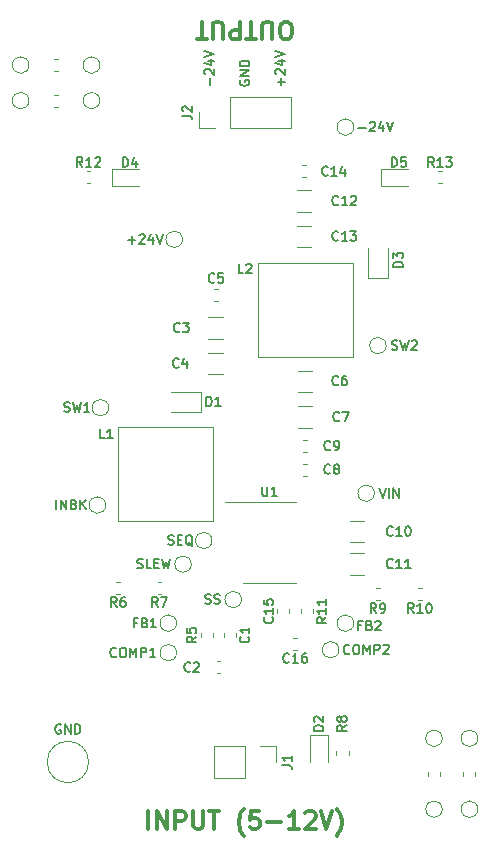
<source format=gbr>
G04 #@! TF.GenerationSoftware,KiCad,Pcbnew,5.1.4*
G04 #@! TF.CreationDate,2019-11-05T22:35:51-05:00*
G04 #@! TF.ProjectId,24_regulator_demo,32345f72-6567-4756-9c61-746f725f6465,rev?*
G04 #@! TF.SameCoordinates,Original*
G04 #@! TF.FileFunction,Legend,Top*
G04 #@! TF.FilePolarity,Positive*
%FSLAX46Y46*%
G04 Gerber Fmt 4.6, Leading zero omitted, Abs format (unit mm)*
G04 Created by KiCad (PCBNEW 5.1.4) date 2019-11-05 22:35:51*
%MOMM*%
%LPD*%
G04 APERTURE LIST*
%ADD10C,0.150000*%
%ADD11C,0.300000*%
%ADD12C,0.120000*%
G04 APERTURE END LIST*
D10*
X224600000Y-107292976D02*
X224561904Y-107369166D01*
X224561904Y-107483452D01*
X224600000Y-107597738D01*
X224676190Y-107673928D01*
X224752380Y-107712023D01*
X224904761Y-107750119D01*
X225019047Y-107750119D01*
X225171428Y-107712023D01*
X225247619Y-107673928D01*
X225323809Y-107597738D01*
X225361904Y-107483452D01*
X225361904Y-107407261D01*
X225323809Y-107292976D01*
X225285714Y-107254880D01*
X225019047Y-107254880D01*
X225019047Y-107407261D01*
X225361904Y-106912023D02*
X224561904Y-106912023D01*
X225361904Y-106454880D01*
X224561904Y-106454880D01*
X225361904Y-106073928D02*
X224561904Y-106073928D01*
X224561904Y-105883452D01*
X224600000Y-105769166D01*
X224676190Y-105692976D01*
X224752380Y-105654880D01*
X224904761Y-105616785D01*
X225019047Y-105616785D01*
X225171428Y-105654880D01*
X225247619Y-105692976D01*
X225323809Y-105769166D01*
X225361904Y-105883452D01*
X225361904Y-106073928D01*
X222057142Y-107712023D02*
X222057142Y-107102500D01*
X221638095Y-106759642D02*
X221600000Y-106721547D01*
X221561904Y-106645357D01*
X221561904Y-106454880D01*
X221600000Y-106378690D01*
X221638095Y-106340595D01*
X221714285Y-106302500D01*
X221790476Y-106302500D01*
X221904761Y-106340595D01*
X222361904Y-106797738D01*
X222361904Y-106302500D01*
X221828571Y-105616785D02*
X222361904Y-105616785D01*
X221523809Y-105807261D02*
X222095238Y-105997738D01*
X222095238Y-105502500D01*
X221561904Y-105312023D02*
X222361904Y-105045357D01*
X221561904Y-104778690D01*
X228057142Y-107712023D02*
X228057142Y-107102500D01*
X228361904Y-107407261D02*
X227752380Y-107407261D01*
X227638095Y-106759642D02*
X227600000Y-106721547D01*
X227561904Y-106645357D01*
X227561904Y-106454880D01*
X227600000Y-106378690D01*
X227638095Y-106340595D01*
X227714285Y-106302500D01*
X227790476Y-106302500D01*
X227904761Y-106340595D01*
X228361904Y-106797738D01*
X228361904Y-106302500D01*
X227828571Y-105616785D02*
X228361904Y-105616785D01*
X227523809Y-105807261D02*
X228095238Y-105997738D01*
X228095238Y-105502500D01*
X227561904Y-105312023D02*
X228361904Y-105045357D01*
X227561904Y-104778690D01*
D11*
X228607142Y-103821428D02*
X228321428Y-103821428D01*
X228178571Y-103750000D01*
X228035714Y-103607142D01*
X227964285Y-103321428D01*
X227964285Y-102821428D01*
X228035714Y-102535714D01*
X228178571Y-102392857D01*
X228321428Y-102321428D01*
X228607142Y-102321428D01*
X228750000Y-102392857D01*
X228892857Y-102535714D01*
X228964285Y-102821428D01*
X228964285Y-103321428D01*
X228892857Y-103607142D01*
X228750000Y-103750000D01*
X228607142Y-103821428D01*
X227321428Y-103821428D02*
X227321428Y-102607142D01*
X227250000Y-102464285D01*
X227178571Y-102392857D01*
X227035714Y-102321428D01*
X226750000Y-102321428D01*
X226607142Y-102392857D01*
X226535714Y-102464285D01*
X226464285Y-102607142D01*
X226464285Y-103821428D01*
X225964285Y-103821428D02*
X225107142Y-103821428D01*
X225535714Y-102321428D02*
X225535714Y-103821428D01*
X224607142Y-102321428D02*
X224607142Y-103821428D01*
X224035714Y-103821428D01*
X223892857Y-103750000D01*
X223821428Y-103678571D01*
X223750000Y-103535714D01*
X223750000Y-103321428D01*
X223821428Y-103178571D01*
X223892857Y-103107142D01*
X224035714Y-103035714D01*
X224607142Y-103035714D01*
X223107142Y-103821428D02*
X223107142Y-102607142D01*
X223035714Y-102464285D01*
X222964285Y-102392857D01*
X222821428Y-102321428D01*
X222535714Y-102321428D01*
X222392857Y-102392857D01*
X222321428Y-102464285D01*
X222250000Y-102607142D01*
X222250000Y-103821428D01*
X221750000Y-103821428D02*
X220892857Y-103821428D01*
X221321428Y-102321428D02*
X221321428Y-103821428D01*
X216821428Y-170678571D02*
X216821428Y-169178571D01*
X217535714Y-170678571D02*
X217535714Y-169178571D01*
X218392857Y-170678571D01*
X218392857Y-169178571D01*
X219107142Y-170678571D02*
X219107142Y-169178571D01*
X219678571Y-169178571D01*
X219821428Y-169250000D01*
X219892857Y-169321428D01*
X219964285Y-169464285D01*
X219964285Y-169678571D01*
X219892857Y-169821428D01*
X219821428Y-169892857D01*
X219678571Y-169964285D01*
X219107142Y-169964285D01*
X220607142Y-169178571D02*
X220607142Y-170392857D01*
X220678571Y-170535714D01*
X220750000Y-170607142D01*
X220892857Y-170678571D01*
X221178571Y-170678571D01*
X221321428Y-170607142D01*
X221392857Y-170535714D01*
X221464285Y-170392857D01*
X221464285Y-169178571D01*
X221964285Y-169178571D02*
X222821428Y-169178571D01*
X222392857Y-170678571D02*
X222392857Y-169178571D01*
X224892857Y-171250000D02*
X224821428Y-171178571D01*
X224678571Y-170964285D01*
X224607142Y-170821428D01*
X224535714Y-170607142D01*
X224464285Y-170250000D01*
X224464285Y-169964285D01*
X224535714Y-169607142D01*
X224607142Y-169392857D01*
X224678571Y-169250000D01*
X224821428Y-169035714D01*
X224892857Y-168964285D01*
X226178571Y-169178571D02*
X225464285Y-169178571D01*
X225392857Y-169892857D01*
X225464285Y-169821428D01*
X225607142Y-169750000D01*
X225964285Y-169750000D01*
X226107142Y-169821428D01*
X226178571Y-169892857D01*
X226250000Y-170035714D01*
X226250000Y-170392857D01*
X226178571Y-170535714D01*
X226107142Y-170607142D01*
X225964285Y-170678571D01*
X225607142Y-170678571D01*
X225464285Y-170607142D01*
X225392857Y-170535714D01*
X226892857Y-170107142D02*
X228035714Y-170107142D01*
X229535714Y-170678571D02*
X228678571Y-170678571D01*
X229107142Y-170678571D02*
X229107142Y-169178571D01*
X228964285Y-169392857D01*
X228821428Y-169535714D01*
X228678571Y-169607142D01*
X230107142Y-169321428D02*
X230178571Y-169250000D01*
X230321428Y-169178571D01*
X230678571Y-169178571D01*
X230821428Y-169250000D01*
X230892857Y-169321428D01*
X230964285Y-169464285D01*
X230964285Y-169607142D01*
X230892857Y-169821428D01*
X230035714Y-170678571D01*
X230964285Y-170678571D01*
X231392857Y-169178571D02*
X231892857Y-170678571D01*
X232392857Y-169178571D01*
X232750000Y-171250000D02*
X232821428Y-171178571D01*
X232964285Y-170964285D01*
X233035714Y-170821428D01*
X233107142Y-170607142D01*
X233178571Y-170250000D01*
X233178571Y-169964285D01*
X233107142Y-169607142D01*
X233035714Y-169392857D01*
X232964285Y-169250000D01*
X232821428Y-169035714D01*
X232750000Y-168964285D01*
D10*
X209390476Y-161850000D02*
X209314285Y-161811904D01*
X209200000Y-161811904D01*
X209085714Y-161850000D01*
X209009523Y-161926190D01*
X208971428Y-162002380D01*
X208933333Y-162154761D01*
X208933333Y-162269047D01*
X208971428Y-162421428D01*
X209009523Y-162497619D01*
X209085714Y-162573809D01*
X209200000Y-162611904D01*
X209276190Y-162611904D01*
X209390476Y-162573809D01*
X209428571Y-162535714D01*
X209428571Y-162269047D01*
X209276190Y-162269047D01*
X209771428Y-162611904D02*
X209771428Y-161811904D01*
X210228571Y-162611904D01*
X210228571Y-161811904D01*
X210609523Y-162611904D02*
X210609523Y-161811904D01*
X210800000Y-161811904D01*
X210914285Y-161850000D01*
X210990476Y-161926190D01*
X211028571Y-162002380D01*
X211066666Y-162154761D01*
X211066666Y-162269047D01*
X211028571Y-162421428D01*
X210990476Y-162497619D01*
X210914285Y-162573809D01*
X210800000Y-162611904D01*
X210609523Y-162611904D01*
D12*
X224260000Y-154087221D02*
X224260000Y-154412779D01*
X223240000Y-154087221D02*
X223240000Y-154412779D01*
X222912779Y-156490000D02*
X222587221Y-156490000D01*
X222912779Y-157510000D02*
X222587221Y-157510000D01*
X222374721Y-126010000D02*
X222700279Y-126010000D01*
X222374721Y-124990000D02*
X222700279Y-124990000D01*
X230262779Y-139740000D02*
X229937221Y-139740000D01*
X230262779Y-140760000D02*
X229937221Y-140760000D01*
X230262779Y-137740000D02*
X229937221Y-137740000D01*
X230262779Y-138760000D02*
X229937221Y-138760000D01*
X229837221Y-114490000D02*
X230162779Y-114490000D01*
X229837221Y-115510000D02*
X230162779Y-115510000D01*
X228760000Y-152087221D02*
X228760000Y-152412779D01*
X227740000Y-152087221D02*
X227740000Y-152412779D01*
X229087221Y-154490000D02*
X229412779Y-154490000D01*
X229087221Y-155510000D02*
X229412779Y-155510000D01*
X221300000Y-135350000D02*
X218750000Y-135350000D01*
X221300000Y-133650000D02*
X218750000Y-133650000D01*
X221300000Y-135350000D02*
X221300000Y-133650000D01*
X231985000Y-165012500D02*
X231985000Y-162727500D01*
X231985000Y-162727500D02*
X230515000Y-162727500D01*
X230515000Y-162727500D02*
X230515000Y-165012500D01*
X235400000Y-124000000D02*
X237100000Y-124000000D01*
X237100000Y-124000000D02*
X237100000Y-121450000D01*
X235400000Y-124000000D02*
X235400000Y-121450000D01*
X213765000Y-116235000D02*
X216050000Y-116235000D01*
X213765000Y-114765000D02*
X213765000Y-116235000D01*
X216050000Y-114765000D02*
X213765000Y-114765000D01*
X238800000Y-114765000D02*
X236515000Y-114765000D01*
X236515000Y-114765000D02*
X236515000Y-116235000D01*
X236515000Y-116235000D02*
X238800000Y-116235000D01*
X222380000Y-163670000D02*
X222380000Y-166330000D01*
X224980000Y-163670000D02*
X222380000Y-163670000D01*
X224980000Y-166330000D02*
X222380000Y-166330000D01*
X224980000Y-163670000D02*
X224980000Y-166330000D01*
X226250000Y-163670000D02*
X227580000Y-163670000D01*
X227580000Y-163670000D02*
X227580000Y-165000000D01*
X228870000Y-111330000D02*
X228870000Y-108670000D01*
X223730000Y-111330000D02*
X228870000Y-111330000D01*
X223730000Y-108670000D02*
X228870000Y-108670000D01*
X223730000Y-111330000D02*
X223730000Y-108670000D01*
X222460000Y-111330000D02*
X221130000Y-111330000D01*
X221130000Y-111330000D02*
X221130000Y-110000000D01*
X214250000Y-144625000D02*
X222250000Y-144625000D01*
X222250000Y-144625000D02*
X222250000Y-136625000D01*
X214250000Y-136625000D02*
X222250000Y-136625000D01*
X214250000Y-144625000D02*
X214250000Y-136625000D01*
X234125000Y-130750000D02*
X226125000Y-130750000D01*
X226125000Y-130750000D02*
X226125000Y-122750000D01*
X234125000Y-122750000D02*
X226125000Y-122750000D01*
X234125000Y-130750000D02*
X234125000Y-122750000D01*
X221240000Y-154412779D02*
X221240000Y-154087221D01*
X222260000Y-154412779D02*
X222260000Y-154087221D01*
X214087221Y-150760000D02*
X214412779Y-150760000D01*
X214087221Y-149740000D02*
X214412779Y-149740000D01*
X217587221Y-149740000D02*
X217912779Y-149740000D01*
X217587221Y-150760000D02*
X217912779Y-150760000D01*
X232740000Y-164049721D02*
X232740000Y-164375279D01*
X233760000Y-164049721D02*
X233760000Y-164375279D01*
X236087221Y-151260000D02*
X236412779Y-151260000D01*
X236087221Y-150240000D02*
X236412779Y-150240000D01*
X239624721Y-150240000D02*
X239950279Y-150240000D01*
X239624721Y-151260000D02*
X239950279Y-151260000D01*
X229740000Y-152412779D02*
X229740000Y-152087221D01*
X230760000Y-152412779D02*
X230760000Y-152087221D01*
X211912779Y-114990000D02*
X211587221Y-114990000D01*
X211912779Y-116010000D02*
X211587221Y-116010000D01*
X241662779Y-114990000D02*
X241337221Y-114990000D01*
X241662779Y-116010000D02*
X241337221Y-116010000D01*
X211750000Y-165000000D02*
G75*
G03X211750000Y-165000000I-1750000J0D01*
G01*
X224825000Y-149875000D02*
X229275000Y-149875000D01*
X223300000Y-142975000D02*
X229275000Y-142975000D01*
X221897936Y-129160000D02*
X223102064Y-129160000D01*
X221897936Y-127340000D02*
X223102064Y-127340000D01*
X221897936Y-130340000D02*
X223102064Y-130340000D01*
X221897936Y-132160000D02*
X223102064Y-132160000D01*
X230702064Y-133710000D02*
X229497936Y-133710000D01*
X230702064Y-131890000D02*
X229497936Y-131890000D01*
X230702064Y-134890000D02*
X229497936Y-134890000D01*
X230702064Y-136710000D02*
X229497936Y-136710000D01*
X233897936Y-144590000D02*
X235102064Y-144590000D01*
X233897936Y-146410000D02*
X235102064Y-146410000D01*
X229397936Y-118410000D02*
X230602064Y-118410000D01*
X229397936Y-116590000D02*
X230602064Y-116590000D01*
X229397936Y-119590000D02*
X230602064Y-119590000D01*
X229397936Y-121410000D02*
X230602064Y-121410000D01*
X241700000Y-163000000D02*
G75*
G03X241700000Y-163000000I-700000J0D01*
G01*
X244700000Y-163000000D02*
G75*
G03X244700000Y-163000000I-700000J0D01*
G01*
X206700000Y-106000000D02*
G75*
G03X206700000Y-106000000I-700000J0D01*
G01*
X206700000Y-109000000D02*
G75*
G03X206700000Y-109000000I-700000J0D01*
G01*
X241700000Y-169000000D02*
G75*
G03X241700000Y-169000000I-700000J0D01*
G01*
X244700000Y-169000000D02*
G75*
G03X244700000Y-169000000I-700000J0D01*
G01*
X212700000Y-106000000D02*
G75*
G03X212700000Y-106000000I-700000J0D01*
G01*
X212700000Y-109000000D02*
G75*
G03X212700000Y-109000000I-700000J0D01*
G01*
X219200000Y-155750000D02*
G75*
G03X219200000Y-155750000I-700000J0D01*
G01*
X213450000Y-135000000D02*
G75*
G03X213450000Y-135000000I-700000J0D01*
G01*
X219700000Y-120750000D02*
G75*
G03X219700000Y-120750000I-700000J0D01*
G01*
X213200000Y-143250000D02*
G75*
G03X213200000Y-143250000I-700000J0D01*
G01*
X219200000Y-153250000D02*
G75*
G03X219200000Y-153250000I-700000J0D01*
G01*
X235950000Y-142250000D02*
G75*
G03X235950000Y-142250000I-700000J0D01*
G01*
X224700000Y-151250000D02*
G75*
G03X224700000Y-151250000I-700000J0D01*
G01*
X220450000Y-148250000D02*
G75*
G03X220450000Y-148250000I-700000J0D01*
G01*
X222200000Y-146250000D02*
G75*
G03X222200000Y-146250000I-700000J0D01*
G01*
X234200000Y-153250000D02*
G75*
G03X234200000Y-153250000I-700000J0D01*
G01*
X232950000Y-155500000D02*
G75*
G03X232950000Y-155500000I-700000J0D01*
G01*
X236950000Y-129750000D02*
G75*
G03X236950000Y-129750000I-700000J0D01*
G01*
X234200000Y-111250000D02*
G75*
G03X234200000Y-111250000I-700000J0D01*
G01*
X233897936Y-147340000D02*
X235102064Y-147340000D01*
X233897936Y-149160000D02*
X235102064Y-149160000D01*
X240490000Y-165828733D02*
X240490000Y-166171267D01*
X241510000Y-165828733D02*
X241510000Y-166171267D01*
X244510000Y-165828733D02*
X244510000Y-166171267D01*
X243490000Y-165828733D02*
X243490000Y-166171267D01*
X208828733Y-106510000D02*
X209171267Y-106510000D01*
X208828733Y-105490000D02*
X209171267Y-105490000D01*
X208828733Y-108490000D02*
X209171267Y-108490000D01*
X208828733Y-109510000D02*
X209171267Y-109510000D01*
D10*
X225285714Y-154383333D02*
X225323809Y-154421428D01*
X225361904Y-154535714D01*
X225361904Y-154611904D01*
X225323809Y-154726190D01*
X225247619Y-154802380D01*
X225171428Y-154840476D01*
X225019047Y-154878571D01*
X224904761Y-154878571D01*
X224752380Y-154840476D01*
X224676190Y-154802380D01*
X224600000Y-154726190D01*
X224561904Y-154611904D01*
X224561904Y-154535714D01*
X224600000Y-154421428D01*
X224638095Y-154383333D01*
X225361904Y-153621428D02*
X225361904Y-154078571D01*
X225361904Y-153850000D02*
X224561904Y-153850000D01*
X224676190Y-153926190D01*
X224752380Y-154002380D01*
X224790476Y-154078571D01*
X220366666Y-157285714D02*
X220328571Y-157323809D01*
X220214285Y-157361904D01*
X220138095Y-157361904D01*
X220023809Y-157323809D01*
X219947619Y-157247619D01*
X219909523Y-157171428D01*
X219871428Y-157019047D01*
X219871428Y-156904761D01*
X219909523Y-156752380D01*
X219947619Y-156676190D01*
X220023809Y-156600000D01*
X220138095Y-156561904D01*
X220214285Y-156561904D01*
X220328571Y-156600000D01*
X220366666Y-156638095D01*
X220671428Y-156638095D02*
X220709523Y-156600000D01*
X220785714Y-156561904D01*
X220976190Y-156561904D01*
X221052380Y-156600000D01*
X221090476Y-156638095D01*
X221128571Y-156714285D01*
X221128571Y-156790476D01*
X221090476Y-156904761D01*
X220633333Y-157361904D01*
X221128571Y-157361904D01*
X222404166Y-124355714D02*
X222366071Y-124393809D01*
X222251785Y-124431904D01*
X222175595Y-124431904D01*
X222061309Y-124393809D01*
X221985119Y-124317619D01*
X221947023Y-124241428D01*
X221908928Y-124089047D01*
X221908928Y-123974761D01*
X221947023Y-123822380D01*
X221985119Y-123746190D01*
X222061309Y-123670000D01*
X222175595Y-123631904D01*
X222251785Y-123631904D01*
X222366071Y-123670000D01*
X222404166Y-123708095D01*
X223127976Y-123631904D02*
X222747023Y-123631904D01*
X222708928Y-124012857D01*
X222747023Y-123974761D01*
X222823214Y-123936666D01*
X223013690Y-123936666D01*
X223089880Y-123974761D01*
X223127976Y-124012857D01*
X223166071Y-124089047D01*
X223166071Y-124279523D01*
X223127976Y-124355714D01*
X223089880Y-124393809D01*
X223013690Y-124431904D01*
X222823214Y-124431904D01*
X222747023Y-124393809D01*
X222708928Y-124355714D01*
X232216666Y-140535714D02*
X232178571Y-140573809D01*
X232064285Y-140611904D01*
X231988095Y-140611904D01*
X231873809Y-140573809D01*
X231797619Y-140497619D01*
X231759523Y-140421428D01*
X231721428Y-140269047D01*
X231721428Y-140154761D01*
X231759523Y-140002380D01*
X231797619Y-139926190D01*
X231873809Y-139850000D01*
X231988095Y-139811904D01*
X232064285Y-139811904D01*
X232178571Y-139850000D01*
X232216666Y-139888095D01*
X232673809Y-140154761D02*
X232597619Y-140116666D01*
X232559523Y-140078571D01*
X232521428Y-140002380D01*
X232521428Y-139964285D01*
X232559523Y-139888095D01*
X232597619Y-139850000D01*
X232673809Y-139811904D01*
X232826190Y-139811904D01*
X232902380Y-139850000D01*
X232940476Y-139888095D01*
X232978571Y-139964285D01*
X232978571Y-140002380D01*
X232940476Y-140078571D01*
X232902380Y-140116666D01*
X232826190Y-140154761D01*
X232673809Y-140154761D01*
X232597619Y-140192857D01*
X232559523Y-140230952D01*
X232521428Y-140307142D01*
X232521428Y-140459523D01*
X232559523Y-140535714D01*
X232597619Y-140573809D01*
X232673809Y-140611904D01*
X232826190Y-140611904D01*
X232902380Y-140573809D01*
X232940476Y-140535714D01*
X232978571Y-140459523D01*
X232978571Y-140307142D01*
X232940476Y-140230952D01*
X232902380Y-140192857D01*
X232826190Y-140154761D01*
X232216666Y-138535714D02*
X232178571Y-138573809D01*
X232064285Y-138611904D01*
X231988095Y-138611904D01*
X231873809Y-138573809D01*
X231797619Y-138497619D01*
X231759523Y-138421428D01*
X231721428Y-138269047D01*
X231721428Y-138154761D01*
X231759523Y-138002380D01*
X231797619Y-137926190D01*
X231873809Y-137850000D01*
X231988095Y-137811904D01*
X232064285Y-137811904D01*
X232178571Y-137850000D01*
X232216666Y-137888095D01*
X232597619Y-138611904D02*
X232750000Y-138611904D01*
X232826190Y-138573809D01*
X232864285Y-138535714D01*
X232940476Y-138421428D01*
X232978571Y-138269047D01*
X232978571Y-137964285D01*
X232940476Y-137888095D01*
X232902380Y-137850000D01*
X232826190Y-137811904D01*
X232673809Y-137811904D01*
X232597619Y-137850000D01*
X232559523Y-137888095D01*
X232521428Y-137964285D01*
X232521428Y-138154761D01*
X232559523Y-138230952D01*
X232597619Y-138269047D01*
X232673809Y-138307142D01*
X232826190Y-138307142D01*
X232902380Y-138269047D01*
X232940476Y-138230952D01*
X232978571Y-138154761D01*
X231985714Y-115285714D02*
X231947619Y-115323809D01*
X231833333Y-115361904D01*
X231757142Y-115361904D01*
X231642857Y-115323809D01*
X231566666Y-115247619D01*
X231528571Y-115171428D01*
X231490476Y-115019047D01*
X231490476Y-114904761D01*
X231528571Y-114752380D01*
X231566666Y-114676190D01*
X231642857Y-114600000D01*
X231757142Y-114561904D01*
X231833333Y-114561904D01*
X231947619Y-114600000D01*
X231985714Y-114638095D01*
X232747619Y-115361904D02*
X232290476Y-115361904D01*
X232519047Y-115361904D02*
X232519047Y-114561904D01*
X232442857Y-114676190D01*
X232366666Y-114752380D01*
X232290476Y-114790476D01*
X233433333Y-114828571D02*
X233433333Y-115361904D01*
X233242857Y-114523809D02*
X233052380Y-115095238D01*
X233547619Y-115095238D01*
X227285714Y-152764285D02*
X227323809Y-152802380D01*
X227361904Y-152916666D01*
X227361904Y-152992857D01*
X227323809Y-153107142D01*
X227247619Y-153183333D01*
X227171428Y-153221428D01*
X227019047Y-153259523D01*
X226904761Y-153259523D01*
X226752380Y-153221428D01*
X226676190Y-153183333D01*
X226600000Y-153107142D01*
X226561904Y-152992857D01*
X226561904Y-152916666D01*
X226600000Y-152802380D01*
X226638095Y-152764285D01*
X227361904Y-152002380D02*
X227361904Y-152459523D01*
X227361904Y-152230952D02*
X226561904Y-152230952D01*
X226676190Y-152307142D01*
X226752380Y-152383333D01*
X226790476Y-152459523D01*
X226561904Y-151278571D02*
X226561904Y-151659523D01*
X226942857Y-151697619D01*
X226904761Y-151659523D01*
X226866666Y-151583333D01*
X226866666Y-151392857D01*
X226904761Y-151316666D01*
X226942857Y-151278571D01*
X227019047Y-151240476D01*
X227209523Y-151240476D01*
X227285714Y-151278571D01*
X227323809Y-151316666D01*
X227361904Y-151392857D01*
X227361904Y-151583333D01*
X227323809Y-151659523D01*
X227285714Y-151697619D01*
X228735714Y-156535714D02*
X228697619Y-156573809D01*
X228583333Y-156611904D01*
X228507142Y-156611904D01*
X228392857Y-156573809D01*
X228316666Y-156497619D01*
X228278571Y-156421428D01*
X228240476Y-156269047D01*
X228240476Y-156154761D01*
X228278571Y-156002380D01*
X228316666Y-155926190D01*
X228392857Y-155850000D01*
X228507142Y-155811904D01*
X228583333Y-155811904D01*
X228697619Y-155850000D01*
X228735714Y-155888095D01*
X229497619Y-156611904D02*
X229040476Y-156611904D01*
X229269047Y-156611904D02*
X229269047Y-155811904D01*
X229192857Y-155926190D01*
X229116666Y-156002380D01*
X229040476Y-156040476D01*
X230183333Y-155811904D02*
X230030952Y-155811904D01*
X229954761Y-155850000D01*
X229916666Y-155888095D01*
X229840476Y-156002380D01*
X229802380Y-156154761D01*
X229802380Y-156459523D01*
X229840476Y-156535714D01*
X229878571Y-156573809D01*
X229954761Y-156611904D01*
X230107142Y-156611904D01*
X230183333Y-156573809D01*
X230221428Y-156535714D01*
X230259523Y-156459523D01*
X230259523Y-156269047D01*
X230221428Y-156192857D01*
X230183333Y-156154761D01*
X230107142Y-156116666D01*
X229954761Y-156116666D01*
X229878571Y-156154761D01*
X229840476Y-156192857D01*
X229802380Y-156269047D01*
X221709523Y-134861904D02*
X221709523Y-134061904D01*
X221900000Y-134061904D01*
X222014285Y-134100000D01*
X222090476Y-134176190D01*
X222128571Y-134252380D01*
X222166666Y-134404761D01*
X222166666Y-134519047D01*
X222128571Y-134671428D01*
X222090476Y-134747619D01*
X222014285Y-134823809D01*
X221900000Y-134861904D01*
X221709523Y-134861904D01*
X222928571Y-134861904D02*
X222471428Y-134861904D01*
X222700000Y-134861904D02*
X222700000Y-134061904D01*
X222623809Y-134176190D01*
X222547619Y-134252380D01*
X222471428Y-134290476D01*
X231611904Y-162340476D02*
X230811904Y-162340476D01*
X230811904Y-162150000D01*
X230850000Y-162035714D01*
X230926190Y-161959523D01*
X231002380Y-161921428D01*
X231154761Y-161883333D01*
X231269047Y-161883333D01*
X231421428Y-161921428D01*
X231497619Y-161959523D01*
X231573809Y-162035714D01*
X231611904Y-162150000D01*
X231611904Y-162340476D01*
X230888095Y-161578571D02*
X230850000Y-161540476D01*
X230811904Y-161464285D01*
X230811904Y-161273809D01*
X230850000Y-161197619D01*
X230888095Y-161159523D01*
X230964285Y-161121428D01*
X231040476Y-161121428D01*
X231154761Y-161159523D01*
X231611904Y-161616666D01*
X231611904Y-161121428D01*
X238361904Y-123090476D02*
X237561904Y-123090476D01*
X237561904Y-122900000D01*
X237600000Y-122785714D01*
X237676190Y-122709523D01*
X237752380Y-122671428D01*
X237904761Y-122633333D01*
X238019047Y-122633333D01*
X238171428Y-122671428D01*
X238247619Y-122709523D01*
X238323809Y-122785714D01*
X238361904Y-122900000D01*
X238361904Y-123090476D01*
X237561904Y-122366666D02*
X237561904Y-121871428D01*
X237866666Y-122138095D01*
X237866666Y-122023809D01*
X237904761Y-121947619D01*
X237942857Y-121909523D01*
X238019047Y-121871428D01*
X238209523Y-121871428D01*
X238285714Y-121909523D01*
X238323809Y-121947619D01*
X238361904Y-122023809D01*
X238361904Y-122252380D01*
X238323809Y-122328571D01*
X238285714Y-122366666D01*
X214659523Y-114611904D02*
X214659523Y-113811904D01*
X214850000Y-113811904D01*
X214964285Y-113850000D01*
X215040476Y-113926190D01*
X215078571Y-114002380D01*
X215116666Y-114154761D01*
X215116666Y-114269047D01*
X215078571Y-114421428D01*
X215040476Y-114497619D01*
X214964285Y-114573809D01*
X214850000Y-114611904D01*
X214659523Y-114611904D01*
X215802380Y-114078571D02*
X215802380Y-114611904D01*
X215611904Y-113773809D02*
X215421428Y-114345238D01*
X215916666Y-114345238D01*
X237409523Y-114611904D02*
X237409523Y-113811904D01*
X237600000Y-113811904D01*
X237714285Y-113850000D01*
X237790476Y-113926190D01*
X237828571Y-114002380D01*
X237866666Y-114154761D01*
X237866666Y-114269047D01*
X237828571Y-114421428D01*
X237790476Y-114497619D01*
X237714285Y-114573809D01*
X237600000Y-114611904D01*
X237409523Y-114611904D01*
X238590476Y-113811904D02*
X238209523Y-113811904D01*
X238171428Y-114192857D01*
X238209523Y-114154761D01*
X238285714Y-114116666D01*
X238476190Y-114116666D01*
X238552380Y-114154761D01*
X238590476Y-114192857D01*
X238628571Y-114269047D01*
X238628571Y-114459523D01*
X238590476Y-114535714D01*
X238552380Y-114573809D01*
X238476190Y-114611904D01*
X238285714Y-114611904D01*
X238209523Y-114573809D01*
X238171428Y-114535714D01*
X228141904Y-165266666D02*
X228713333Y-165266666D01*
X228827619Y-165304761D01*
X228903809Y-165380952D01*
X228941904Y-165495238D01*
X228941904Y-165571428D01*
X228941904Y-164466666D02*
X228941904Y-164923809D01*
X228941904Y-164695238D02*
X228141904Y-164695238D01*
X228256190Y-164771428D01*
X228332380Y-164847619D01*
X228370476Y-164923809D01*
X219691904Y-110266666D02*
X220263333Y-110266666D01*
X220377619Y-110304761D01*
X220453809Y-110380952D01*
X220491904Y-110495238D01*
X220491904Y-110571428D01*
X219768095Y-109923809D02*
X219730000Y-109885714D01*
X219691904Y-109809523D01*
X219691904Y-109619047D01*
X219730000Y-109542857D01*
X219768095Y-109504761D01*
X219844285Y-109466666D01*
X219920476Y-109466666D01*
X220034761Y-109504761D01*
X220491904Y-109961904D01*
X220491904Y-109466666D01*
X213116666Y-137611904D02*
X212735714Y-137611904D01*
X212735714Y-136811904D01*
X213802380Y-137611904D02*
X213345238Y-137611904D01*
X213573809Y-137611904D02*
X213573809Y-136811904D01*
X213497619Y-136926190D01*
X213421428Y-137002380D01*
X213345238Y-137040476D01*
X224866666Y-123611904D02*
X224485714Y-123611904D01*
X224485714Y-122811904D01*
X225095238Y-122888095D02*
X225133333Y-122850000D01*
X225209523Y-122811904D01*
X225400000Y-122811904D01*
X225476190Y-122850000D01*
X225514285Y-122888095D01*
X225552380Y-122964285D01*
X225552380Y-123040476D01*
X225514285Y-123154761D01*
X225057142Y-123611904D01*
X225552380Y-123611904D01*
X220861904Y-154383333D02*
X220480952Y-154650000D01*
X220861904Y-154840476D02*
X220061904Y-154840476D01*
X220061904Y-154535714D01*
X220100000Y-154459523D01*
X220138095Y-154421428D01*
X220214285Y-154383333D01*
X220328571Y-154383333D01*
X220404761Y-154421428D01*
X220442857Y-154459523D01*
X220480952Y-154535714D01*
X220480952Y-154840476D01*
X220061904Y-153659523D02*
X220061904Y-154040476D01*
X220442857Y-154078571D01*
X220404761Y-154040476D01*
X220366666Y-153964285D01*
X220366666Y-153773809D01*
X220404761Y-153697619D01*
X220442857Y-153659523D01*
X220519047Y-153621428D01*
X220709523Y-153621428D01*
X220785714Y-153659523D01*
X220823809Y-153697619D01*
X220861904Y-153773809D01*
X220861904Y-153964285D01*
X220823809Y-154040476D01*
X220785714Y-154078571D01*
X214116666Y-151861904D02*
X213850000Y-151480952D01*
X213659523Y-151861904D02*
X213659523Y-151061904D01*
X213964285Y-151061904D01*
X214040476Y-151100000D01*
X214078571Y-151138095D01*
X214116666Y-151214285D01*
X214116666Y-151328571D01*
X214078571Y-151404761D01*
X214040476Y-151442857D01*
X213964285Y-151480952D01*
X213659523Y-151480952D01*
X214802380Y-151061904D02*
X214650000Y-151061904D01*
X214573809Y-151100000D01*
X214535714Y-151138095D01*
X214459523Y-151252380D01*
X214421428Y-151404761D01*
X214421428Y-151709523D01*
X214459523Y-151785714D01*
X214497619Y-151823809D01*
X214573809Y-151861904D01*
X214726190Y-151861904D01*
X214802380Y-151823809D01*
X214840476Y-151785714D01*
X214878571Y-151709523D01*
X214878571Y-151519047D01*
X214840476Y-151442857D01*
X214802380Y-151404761D01*
X214726190Y-151366666D01*
X214573809Y-151366666D01*
X214497619Y-151404761D01*
X214459523Y-151442857D01*
X214421428Y-151519047D01*
X217616666Y-151861904D02*
X217350000Y-151480952D01*
X217159523Y-151861904D02*
X217159523Y-151061904D01*
X217464285Y-151061904D01*
X217540476Y-151100000D01*
X217578571Y-151138095D01*
X217616666Y-151214285D01*
X217616666Y-151328571D01*
X217578571Y-151404761D01*
X217540476Y-151442857D01*
X217464285Y-151480952D01*
X217159523Y-151480952D01*
X217883333Y-151061904D02*
X218416666Y-151061904D01*
X218073809Y-151861904D01*
X233611904Y-161883333D02*
X233230952Y-162150000D01*
X233611904Y-162340476D02*
X232811904Y-162340476D01*
X232811904Y-162035714D01*
X232850000Y-161959523D01*
X232888095Y-161921428D01*
X232964285Y-161883333D01*
X233078571Y-161883333D01*
X233154761Y-161921428D01*
X233192857Y-161959523D01*
X233230952Y-162035714D01*
X233230952Y-162340476D01*
X233154761Y-161426190D02*
X233116666Y-161502380D01*
X233078571Y-161540476D01*
X233002380Y-161578571D01*
X232964285Y-161578571D01*
X232888095Y-161540476D01*
X232850000Y-161502380D01*
X232811904Y-161426190D01*
X232811904Y-161273809D01*
X232850000Y-161197619D01*
X232888095Y-161159523D01*
X232964285Y-161121428D01*
X233002380Y-161121428D01*
X233078571Y-161159523D01*
X233116666Y-161197619D01*
X233154761Y-161273809D01*
X233154761Y-161426190D01*
X233192857Y-161502380D01*
X233230952Y-161540476D01*
X233307142Y-161578571D01*
X233459523Y-161578571D01*
X233535714Y-161540476D01*
X233573809Y-161502380D01*
X233611904Y-161426190D01*
X233611904Y-161273809D01*
X233573809Y-161197619D01*
X233535714Y-161159523D01*
X233459523Y-161121428D01*
X233307142Y-161121428D01*
X233230952Y-161159523D01*
X233192857Y-161197619D01*
X233154761Y-161273809D01*
X236116666Y-152361904D02*
X235850000Y-151980952D01*
X235659523Y-152361904D02*
X235659523Y-151561904D01*
X235964285Y-151561904D01*
X236040476Y-151600000D01*
X236078571Y-151638095D01*
X236116666Y-151714285D01*
X236116666Y-151828571D01*
X236078571Y-151904761D01*
X236040476Y-151942857D01*
X235964285Y-151980952D01*
X235659523Y-151980952D01*
X236497619Y-152361904D02*
X236650000Y-152361904D01*
X236726190Y-152323809D01*
X236764285Y-152285714D01*
X236840476Y-152171428D01*
X236878571Y-152019047D01*
X236878571Y-151714285D01*
X236840476Y-151638095D01*
X236802380Y-151600000D01*
X236726190Y-151561904D01*
X236573809Y-151561904D01*
X236497619Y-151600000D01*
X236459523Y-151638095D01*
X236421428Y-151714285D01*
X236421428Y-151904761D01*
X236459523Y-151980952D01*
X236497619Y-152019047D01*
X236573809Y-152057142D01*
X236726190Y-152057142D01*
X236802380Y-152019047D01*
X236840476Y-151980952D01*
X236878571Y-151904761D01*
X239273214Y-152361904D02*
X239006547Y-151980952D01*
X238816071Y-152361904D02*
X238816071Y-151561904D01*
X239120833Y-151561904D01*
X239197023Y-151600000D01*
X239235119Y-151638095D01*
X239273214Y-151714285D01*
X239273214Y-151828571D01*
X239235119Y-151904761D01*
X239197023Y-151942857D01*
X239120833Y-151980952D01*
X238816071Y-151980952D01*
X240035119Y-152361904D02*
X239577976Y-152361904D01*
X239806547Y-152361904D02*
X239806547Y-151561904D01*
X239730357Y-151676190D01*
X239654166Y-151752380D01*
X239577976Y-151790476D01*
X240530357Y-151561904D02*
X240606547Y-151561904D01*
X240682738Y-151600000D01*
X240720833Y-151638095D01*
X240758928Y-151714285D01*
X240797023Y-151866666D01*
X240797023Y-152057142D01*
X240758928Y-152209523D01*
X240720833Y-152285714D01*
X240682738Y-152323809D01*
X240606547Y-152361904D01*
X240530357Y-152361904D01*
X240454166Y-152323809D01*
X240416071Y-152285714D01*
X240377976Y-152209523D01*
X240339880Y-152057142D01*
X240339880Y-151866666D01*
X240377976Y-151714285D01*
X240416071Y-151638095D01*
X240454166Y-151600000D01*
X240530357Y-151561904D01*
X231861904Y-152764285D02*
X231480952Y-153030952D01*
X231861904Y-153221428D02*
X231061904Y-153221428D01*
X231061904Y-152916666D01*
X231100000Y-152840476D01*
X231138095Y-152802380D01*
X231214285Y-152764285D01*
X231328571Y-152764285D01*
X231404761Y-152802380D01*
X231442857Y-152840476D01*
X231480952Y-152916666D01*
X231480952Y-153221428D01*
X231861904Y-152002380D02*
X231861904Y-152459523D01*
X231861904Y-152230952D02*
X231061904Y-152230952D01*
X231176190Y-152307142D01*
X231252380Y-152383333D01*
X231290476Y-152459523D01*
X231861904Y-151240476D02*
X231861904Y-151697619D01*
X231861904Y-151469047D02*
X231061904Y-151469047D01*
X231176190Y-151545238D01*
X231252380Y-151621428D01*
X231290476Y-151697619D01*
X211235714Y-114611904D02*
X210969047Y-114230952D01*
X210778571Y-114611904D02*
X210778571Y-113811904D01*
X211083333Y-113811904D01*
X211159523Y-113850000D01*
X211197619Y-113888095D01*
X211235714Y-113964285D01*
X211235714Y-114078571D01*
X211197619Y-114154761D01*
X211159523Y-114192857D01*
X211083333Y-114230952D01*
X210778571Y-114230952D01*
X211997619Y-114611904D02*
X211540476Y-114611904D01*
X211769047Y-114611904D02*
X211769047Y-113811904D01*
X211692857Y-113926190D01*
X211616666Y-114002380D01*
X211540476Y-114040476D01*
X212302380Y-113888095D02*
X212340476Y-113850000D01*
X212416666Y-113811904D01*
X212607142Y-113811904D01*
X212683333Y-113850000D01*
X212721428Y-113888095D01*
X212759523Y-113964285D01*
X212759523Y-114040476D01*
X212721428Y-114154761D01*
X212264285Y-114611904D01*
X212759523Y-114611904D01*
X240985714Y-114611904D02*
X240719047Y-114230952D01*
X240528571Y-114611904D02*
X240528571Y-113811904D01*
X240833333Y-113811904D01*
X240909523Y-113850000D01*
X240947619Y-113888095D01*
X240985714Y-113964285D01*
X240985714Y-114078571D01*
X240947619Y-114154761D01*
X240909523Y-114192857D01*
X240833333Y-114230952D01*
X240528571Y-114230952D01*
X241747619Y-114611904D02*
X241290476Y-114611904D01*
X241519047Y-114611904D02*
X241519047Y-113811904D01*
X241442857Y-113926190D01*
X241366666Y-114002380D01*
X241290476Y-114040476D01*
X242014285Y-113811904D02*
X242509523Y-113811904D01*
X242242857Y-114116666D01*
X242357142Y-114116666D01*
X242433333Y-114154761D01*
X242471428Y-114192857D01*
X242509523Y-114269047D01*
X242509523Y-114459523D01*
X242471428Y-114535714D01*
X242433333Y-114573809D01*
X242357142Y-114611904D01*
X242128571Y-114611904D01*
X242052380Y-114573809D01*
X242014285Y-114535714D01*
X226440476Y-141686904D02*
X226440476Y-142334523D01*
X226478571Y-142410714D01*
X226516666Y-142448809D01*
X226592857Y-142486904D01*
X226745238Y-142486904D01*
X226821428Y-142448809D01*
X226859523Y-142410714D01*
X226897619Y-142334523D01*
X226897619Y-141686904D01*
X227697619Y-142486904D02*
X227240476Y-142486904D01*
X227469047Y-142486904D02*
X227469047Y-141686904D01*
X227392857Y-141801190D01*
X227316666Y-141877380D01*
X227240476Y-141915476D01*
X219466666Y-128535714D02*
X219428571Y-128573809D01*
X219314285Y-128611904D01*
X219238095Y-128611904D01*
X219123809Y-128573809D01*
X219047619Y-128497619D01*
X219009523Y-128421428D01*
X218971428Y-128269047D01*
X218971428Y-128154761D01*
X219009523Y-128002380D01*
X219047619Y-127926190D01*
X219123809Y-127850000D01*
X219238095Y-127811904D01*
X219314285Y-127811904D01*
X219428571Y-127850000D01*
X219466666Y-127888095D01*
X219733333Y-127811904D02*
X220228571Y-127811904D01*
X219961904Y-128116666D01*
X220076190Y-128116666D01*
X220152380Y-128154761D01*
X220190476Y-128192857D01*
X220228571Y-128269047D01*
X220228571Y-128459523D01*
X220190476Y-128535714D01*
X220152380Y-128573809D01*
X220076190Y-128611904D01*
X219847619Y-128611904D01*
X219771428Y-128573809D01*
X219733333Y-128535714D01*
X219366666Y-131535714D02*
X219328571Y-131573809D01*
X219214285Y-131611904D01*
X219138095Y-131611904D01*
X219023809Y-131573809D01*
X218947619Y-131497619D01*
X218909523Y-131421428D01*
X218871428Y-131269047D01*
X218871428Y-131154761D01*
X218909523Y-131002380D01*
X218947619Y-130926190D01*
X219023809Y-130850000D01*
X219138095Y-130811904D01*
X219214285Y-130811904D01*
X219328571Y-130850000D01*
X219366666Y-130888095D01*
X220052380Y-131078571D02*
X220052380Y-131611904D01*
X219861904Y-130773809D02*
X219671428Y-131345238D01*
X220166666Y-131345238D01*
X232866666Y-133035714D02*
X232828571Y-133073809D01*
X232714285Y-133111904D01*
X232638095Y-133111904D01*
X232523809Y-133073809D01*
X232447619Y-132997619D01*
X232409523Y-132921428D01*
X232371428Y-132769047D01*
X232371428Y-132654761D01*
X232409523Y-132502380D01*
X232447619Y-132426190D01*
X232523809Y-132350000D01*
X232638095Y-132311904D01*
X232714285Y-132311904D01*
X232828571Y-132350000D01*
X232866666Y-132388095D01*
X233552380Y-132311904D02*
X233400000Y-132311904D01*
X233323809Y-132350000D01*
X233285714Y-132388095D01*
X233209523Y-132502380D01*
X233171428Y-132654761D01*
X233171428Y-132959523D01*
X233209523Y-133035714D01*
X233247619Y-133073809D01*
X233323809Y-133111904D01*
X233476190Y-133111904D01*
X233552380Y-133073809D01*
X233590476Y-133035714D01*
X233628571Y-132959523D01*
X233628571Y-132769047D01*
X233590476Y-132692857D01*
X233552380Y-132654761D01*
X233476190Y-132616666D01*
X233323809Y-132616666D01*
X233247619Y-132654761D01*
X233209523Y-132692857D01*
X233171428Y-132769047D01*
X232966666Y-136085714D02*
X232928571Y-136123809D01*
X232814285Y-136161904D01*
X232738095Y-136161904D01*
X232623809Y-136123809D01*
X232547619Y-136047619D01*
X232509523Y-135971428D01*
X232471428Y-135819047D01*
X232471428Y-135704761D01*
X232509523Y-135552380D01*
X232547619Y-135476190D01*
X232623809Y-135400000D01*
X232738095Y-135361904D01*
X232814285Y-135361904D01*
X232928571Y-135400000D01*
X232966666Y-135438095D01*
X233233333Y-135361904D02*
X233766666Y-135361904D01*
X233423809Y-136161904D01*
X237485714Y-145785714D02*
X237447619Y-145823809D01*
X237333333Y-145861904D01*
X237257142Y-145861904D01*
X237142857Y-145823809D01*
X237066666Y-145747619D01*
X237028571Y-145671428D01*
X236990476Y-145519047D01*
X236990476Y-145404761D01*
X237028571Y-145252380D01*
X237066666Y-145176190D01*
X237142857Y-145100000D01*
X237257142Y-145061904D01*
X237333333Y-145061904D01*
X237447619Y-145100000D01*
X237485714Y-145138095D01*
X238247619Y-145861904D02*
X237790476Y-145861904D01*
X238019047Y-145861904D02*
X238019047Y-145061904D01*
X237942857Y-145176190D01*
X237866666Y-145252380D01*
X237790476Y-145290476D01*
X238742857Y-145061904D02*
X238819047Y-145061904D01*
X238895238Y-145100000D01*
X238933333Y-145138095D01*
X238971428Y-145214285D01*
X239009523Y-145366666D01*
X239009523Y-145557142D01*
X238971428Y-145709523D01*
X238933333Y-145785714D01*
X238895238Y-145823809D01*
X238819047Y-145861904D01*
X238742857Y-145861904D01*
X238666666Y-145823809D01*
X238628571Y-145785714D01*
X238590476Y-145709523D01*
X238552380Y-145557142D01*
X238552380Y-145366666D01*
X238590476Y-145214285D01*
X238628571Y-145138095D01*
X238666666Y-145100000D01*
X238742857Y-145061904D01*
X232885714Y-117785714D02*
X232847619Y-117823809D01*
X232733333Y-117861904D01*
X232657142Y-117861904D01*
X232542857Y-117823809D01*
X232466666Y-117747619D01*
X232428571Y-117671428D01*
X232390476Y-117519047D01*
X232390476Y-117404761D01*
X232428571Y-117252380D01*
X232466666Y-117176190D01*
X232542857Y-117100000D01*
X232657142Y-117061904D01*
X232733333Y-117061904D01*
X232847619Y-117100000D01*
X232885714Y-117138095D01*
X233647619Y-117861904D02*
X233190476Y-117861904D01*
X233419047Y-117861904D02*
X233419047Y-117061904D01*
X233342857Y-117176190D01*
X233266666Y-117252380D01*
X233190476Y-117290476D01*
X233952380Y-117138095D02*
X233990476Y-117100000D01*
X234066666Y-117061904D01*
X234257142Y-117061904D01*
X234333333Y-117100000D01*
X234371428Y-117138095D01*
X234409523Y-117214285D01*
X234409523Y-117290476D01*
X234371428Y-117404761D01*
X233914285Y-117861904D01*
X234409523Y-117861904D01*
X232885714Y-120785714D02*
X232847619Y-120823809D01*
X232733333Y-120861904D01*
X232657142Y-120861904D01*
X232542857Y-120823809D01*
X232466666Y-120747619D01*
X232428571Y-120671428D01*
X232390476Y-120519047D01*
X232390476Y-120404761D01*
X232428571Y-120252380D01*
X232466666Y-120176190D01*
X232542857Y-120100000D01*
X232657142Y-120061904D01*
X232733333Y-120061904D01*
X232847619Y-120100000D01*
X232885714Y-120138095D01*
X233647619Y-120861904D02*
X233190476Y-120861904D01*
X233419047Y-120861904D02*
X233419047Y-120061904D01*
X233342857Y-120176190D01*
X233266666Y-120252380D01*
X233190476Y-120290476D01*
X233914285Y-120061904D02*
X234409523Y-120061904D01*
X234142857Y-120366666D01*
X234257142Y-120366666D01*
X234333333Y-120404761D01*
X234371428Y-120442857D01*
X234409523Y-120519047D01*
X234409523Y-120709523D01*
X234371428Y-120785714D01*
X234333333Y-120823809D01*
X234257142Y-120861904D01*
X234028571Y-120861904D01*
X233952380Y-120823809D01*
X233914285Y-120785714D01*
X214090476Y-156035714D02*
X214052380Y-156073809D01*
X213938095Y-156111904D01*
X213861904Y-156111904D01*
X213747619Y-156073809D01*
X213671428Y-155997619D01*
X213633333Y-155921428D01*
X213595238Y-155769047D01*
X213595238Y-155654761D01*
X213633333Y-155502380D01*
X213671428Y-155426190D01*
X213747619Y-155350000D01*
X213861904Y-155311904D01*
X213938095Y-155311904D01*
X214052380Y-155350000D01*
X214090476Y-155388095D01*
X214585714Y-155311904D02*
X214738095Y-155311904D01*
X214814285Y-155350000D01*
X214890476Y-155426190D01*
X214928571Y-155578571D01*
X214928571Y-155845238D01*
X214890476Y-155997619D01*
X214814285Y-156073809D01*
X214738095Y-156111904D01*
X214585714Y-156111904D01*
X214509523Y-156073809D01*
X214433333Y-155997619D01*
X214395238Y-155845238D01*
X214395238Y-155578571D01*
X214433333Y-155426190D01*
X214509523Y-155350000D01*
X214585714Y-155311904D01*
X215271428Y-156111904D02*
X215271428Y-155311904D01*
X215538095Y-155883333D01*
X215804761Y-155311904D01*
X215804761Y-156111904D01*
X216185714Y-156111904D02*
X216185714Y-155311904D01*
X216490476Y-155311904D01*
X216566666Y-155350000D01*
X216604761Y-155388095D01*
X216642857Y-155464285D01*
X216642857Y-155578571D01*
X216604761Y-155654761D01*
X216566666Y-155692857D01*
X216490476Y-155730952D01*
X216185714Y-155730952D01*
X217404761Y-156111904D02*
X216947619Y-156111904D01*
X217176190Y-156111904D02*
X217176190Y-155311904D01*
X217100000Y-155426190D01*
X217023809Y-155502380D01*
X216947619Y-155540476D01*
X209683333Y-135323809D02*
X209797619Y-135361904D01*
X209988095Y-135361904D01*
X210064285Y-135323809D01*
X210102380Y-135285714D01*
X210140476Y-135209523D01*
X210140476Y-135133333D01*
X210102380Y-135057142D01*
X210064285Y-135019047D01*
X209988095Y-134980952D01*
X209835714Y-134942857D01*
X209759523Y-134904761D01*
X209721428Y-134866666D01*
X209683333Y-134790476D01*
X209683333Y-134714285D01*
X209721428Y-134638095D01*
X209759523Y-134600000D01*
X209835714Y-134561904D01*
X210026190Y-134561904D01*
X210140476Y-134600000D01*
X210407142Y-134561904D02*
X210597619Y-135361904D01*
X210750000Y-134790476D01*
X210902380Y-135361904D01*
X211092857Y-134561904D01*
X211816666Y-135361904D02*
X211359523Y-135361904D01*
X211588095Y-135361904D02*
X211588095Y-134561904D01*
X211511904Y-134676190D01*
X211435714Y-134752380D01*
X211359523Y-134790476D01*
X215090476Y-120807142D02*
X215700000Y-120807142D01*
X215395238Y-121111904D02*
X215395238Y-120502380D01*
X216042857Y-120388095D02*
X216080952Y-120350000D01*
X216157142Y-120311904D01*
X216347619Y-120311904D01*
X216423809Y-120350000D01*
X216461904Y-120388095D01*
X216500000Y-120464285D01*
X216500000Y-120540476D01*
X216461904Y-120654761D01*
X216004761Y-121111904D01*
X216500000Y-121111904D01*
X217185714Y-120578571D02*
X217185714Y-121111904D01*
X216995238Y-120273809D02*
X216804761Y-120845238D01*
X217300000Y-120845238D01*
X217490476Y-120311904D02*
X217757142Y-121111904D01*
X218023809Y-120311904D01*
X209030952Y-143611904D02*
X209030952Y-142811904D01*
X209411904Y-143611904D02*
X209411904Y-142811904D01*
X209869047Y-143611904D01*
X209869047Y-142811904D01*
X210516666Y-143192857D02*
X210630952Y-143230952D01*
X210669047Y-143269047D01*
X210707142Y-143345238D01*
X210707142Y-143459523D01*
X210669047Y-143535714D01*
X210630952Y-143573809D01*
X210554761Y-143611904D01*
X210250000Y-143611904D01*
X210250000Y-142811904D01*
X210516666Y-142811904D01*
X210592857Y-142850000D01*
X210630952Y-142888095D01*
X210669047Y-142964285D01*
X210669047Y-143040476D01*
X210630952Y-143116666D01*
X210592857Y-143154761D01*
X210516666Y-143192857D01*
X210250000Y-143192857D01*
X211050000Y-143611904D02*
X211050000Y-142811904D01*
X211507142Y-143611904D02*
X211164285Y-143154761D01*
X211507142Y-142811904D02*
X211050000Y-143269047D01*
X215833333Y-153192857D02*
X215566666Y-153192857D01*
X215566666Y-153611904D02*
X215566666Y-152811904D01*
X215947619Y-152811904D01*
X216519047Y-153192857D02*
X216633333Y-153230952D01*
X216671428Y-153269047D01*
X216709523Y-153345238D01*
X216709523Y-153459523D01*
X216671428Y-153535714D01*
X216633333Y-153573809D01*
X216557142Y-153611904D01*
X216252380Y-153611904D01*
X216252380Y-152811904D01*
X216519047Y-152811904D01*
X216595238Y-152850000D01*
X216633333Y-152888095D01*
X216671428Y-152964285D01*
X216671428Y-153040476D01*
X216633333Y-153116666D01*
X216595238Y-153154761D01*
X216519047Y-153192857D01*
X216252380Y-153192857D01*
X217471428Y-153611904D02*
X217014285Y-153611904D01*
X217242857Y-153611904D02*
X217242857Y-152811904D01*
X217166666Y-152926190D01*
X217090476Y-153002380D01*
X217014285Y-153040476D01*
X236373809Y-141811904D02*
X236640476Y-142611904D01*
X236907142Y-141811904D01*
X237173809Y-142611904D02*
X237173809Y-141811904D01*
X237554761Y-142611904D02*
X237554761Y-141811904D01*
X238011904Y-142611904D01*
X238011904Y-141811904D01*
X221640476Y-151573809D02*
X221754761Y-151611904D01*
X221945238Y-151611904D01*
X222021428Y-151573809D01*
X222059523Y-151535714D01*
X222097619Y-151459523D01*
X222097619Y-151383333D01*
X222059523Y-151307142D01*
X222021428Y-151269047D01*
X221945238Y-151230952D01*
X221792857Y-151192857D01*
X221716666Y-151154761D01*
X221678571Y-151116666D01*
X221640476Y-151040476D01*
X221640476Y-150964285D01*
X221678571Y-150888095D01*
X221716666Y-150850000D01*
X221792857Y-150811904D01*
X221983333Y-150811904D01*
X222097619Y-150850000D01*
X222402380Y-151573809D02*
X222516666Y-151611904D01*
X222707142Y-151611904D01*
X222783333Y-151573809D01*
X222821428Y-151535714D01*
X222859523Y-151459523D01*
X222859523Y-151383333D01*
X222821428Y-151307142D01*
X222783333Y-151269047D01*
X222707142Y-151230952D01*
X222554761Y-151192857D01*
X222478571Y-151154761D01*
X222440476Y-151116666D01*
X222402380Y-151040476D01*
X222402380Y-150964285D01*
X222440476Y-150888095D01*
X222478571Y-150850000D01*
X222554761Y-150811904D01*
X222745238Y-150811904D01*
X222859523Y-150850000D01*
X215878571Y-148573809D02*
X215992857Y-148611904D01*
X216183333Y-148611904D01*
X216259523Y-148573809D01*
X216297619Y-148535714D01*
X216335714Y-148459523D01*
X216335714Y-148383333D01*
X216297619Y-148307142D01*
X216259523Y-148269047D01*
X216183333Y-148230952D01*
X216030952Y-148192857D01*
X215954761Y-148154761D01*
X215916666Y-148116666D01*
X215878571Y-148040476D01*
X215878571Y-147964285D01*
X215916666Y-147888095D01*
X215954761Y-147850000D01*
X216030952Y-147811904D01*
X216221428Y-147811904D01*
X216335714Y-147850000D01*
X217059523Y-148611904D02*
X216678571Y-148611904D01*
X216678571Y-147811904D01*
X217326190Y-148192857D02*
X217592857Y-148192857D01*
X217707142Y-148611904D02*
X217326190Y-148611904D01*
X217326190Y-147811904D01*
X217707142Y-147811904D01*
X217973809Y-147811904D02*
X218164285Y-148611904D01*
X218316666Y-148040476D01*
X218469047Y-148611904D01*
X218659523Y-147811904D01*
X218490476Y-146573809D02*
X218604761Y-146611904D01*
X218795238Y-146611904D01*
X218871428Y-146573809D01*
X218909523Y-146535714D01*
X218947619Y-146459523D01*
X218947619Y-146383333D01*
X218909523Y-146307142D01*
X218871428Y-146269047D01*
X218795238Y-146230952D01*
X218642857Y-146192857D01*
X218566666Y-146154761D01*
X218528571Y-146116666D01*
X218490476Y-146040476D01*
X218490476Y-145964285D01*
X218528571Y-145888095D01*
X218566666Y-145850000D01*
X218642857Y-145811904D01*
X218833333Y-145811904D01*
X218947619Y-145850000D01*
X219290476Y-146192857D02*
X219557142Y-146192857D01*
X219671428Y-146611904D02*
X219290476Y-146611904D01*
X219290476Y-145811904D01*
X219671428Y-145811904D01*
X220547619Y-146688095D02*
X220471428Y-146650000D01*
X220395238Y-146573809D01*
X220280952Y-146459523D01*
X220204761Y-146421428D01*
X220128571Y-146421428D01*
X220166666Y-146611904D02*
X220090476Y-146573809D01*
X220014285Y-146497619D01*
X219976190Y-146345238D01*
X219976190Y-146078571D01*
X220014285Y-145926190D01*
X220090476Y-145850000D01*
X220166666Y-145811904D01*
X220319047Y-145811904D01*
X220395238Y-145850000D01*
X220471428Y-145926190D01*
X220509523Y-146078571D01*
X220509523Y-146345238D01*
X220471428Y-146497619D01*
X220395238Y-146573809D01*
X220319047Y-146611904D01*
X220166666Y-146611904D01*
X234833333Y-153442857D02*
X234566666Y-153442857D01*
X234566666Y-153861904D02*
X234566666Y-153061904D01*
X234947619Y-153061904D01*
X235519047Y-153442857D02*
X235633333Y-153480952D01*
X235671428Y-153519047D01*
X235709523Y-153595238D01*
X235709523Y-153709523D01*
X235671428Y-153785714D01*
X235633333Y-153823809D01*
X235557142Y-153861904D01*
X235252380Y-153861904D01*
X235252380Y-153061904D01*
X235519047Y-153061904D01*
X235595238Y-153100000D01*
X235633333Y-153138095D01*
X235671428Y-153214285D01*
X235671428Y-153290476D01*
X235633333Y-153366666D01*
X235595238Y-153404761D01*
X235519047Y-153442857D01*
X235252380Y-153442857D01*
X236014285Y-153138095D02*
X236052380Y-153100000D01*
X236128571Y-153061904D01*
X236319047Y-153061904D01*
X236395238Y-153100000D01*
X236433333Y-153138095D01*
X236471428Y-153214285D01*
X236471428Y-153290476D01*
X236433333Y-153404761D01*
X235976190Y-153861904D01*
X236471428Y-153861904D01*
X233840476Y-155785714D02*
X233802380Y-155823809D01*
X233688095Y-155861904D01*
X233611904Y-155861904D01*
X233497619Y-155823809D01*
X233421428Y-155747619D01*
X233383333Y-155671428D01*
X233345238Y-155519047D01*
X233345238Y-155404761D01*
X233383333Y-155252380D01*
X233421428Y-155176190D01*
X233497619Y-155100000D01*
X233611904Y-155061904D01*
X233688095Y-155061904D01*
X233802380Y-155100000D01*
X233840476Y-155138095D01*
X234335714Y-155061904D02*
X234488095Y-155061904D01*
X234564285Y-155100000D01*
X234640476Y-155176190D01*
X234678571Y-155328571D01*
X234678571Y-155595238D01*
X234640476Y-155747619D01*
X234564285Y-155823809D01*
X234488095Y-155861904D01*
X234335714Y-155861904D01*
X234259523Y-155823809D01*
X234183333Y-155747619D01*
X234145238Y-155595238D01*
X234145238Y-155328571D01*
X234183333Y-155176190D01*
X234259523Y-155100000D01*
X234335714Y-155061904D01*
X235021428Y-155861904D02*
X235021428Y-155061904D01*
X235288095Y-155633333D01*
X235554761Y-155061904D01*
X235554761Y-155861904D01*
X235935714Y-155861904D02*
X235935714Y-155061904D01*
X236240476Y-155061904D01*
X236316666Y-155100000D01*
X236354761Y-155138095D01*
X236392857Y-155214285D01*
X236392857Y-155328571D01*
X236354761Y-155404761D01*
X236316666Y-155442857D01*
X236240476Y-155480952D01*
X235935714Y-155480952D01*
X236697619Y-155138095D02*
X236735714Y-155100000D01*
X236811904Y-155061904D01*
X237002380Y-155061904D01*
X237078571Y-155100000D01*
X237116666Y-155138095D01*
X237154761Y-155214285D01*
X237154761Y-155290476D01*
X237116666Y-155404761D01*
X236659523Y-155861904D01*
X237154761Y-155861904D01*
X237433333Y-130073809D02*
X237547619Y-130111904D01*
X237738095Y-130111904D01*
X237814285Y-130073809D01*
X237852380Y-130035714D01*
X237890476Y-129959523D01*
X237890476Y-129883333D01*
X237852380Y-129807142D01*
X237814285Y-129769047D01*
X237738095Y-129730952D01*
X237585714Y-129692857D01*
X237509523Y-129654761D01*
X237471428Y-129616666D01*
X237433333Y-129540476D01*
X237433333Y-129464285D01*
X237471428Y-129388095D01*
X237509523Y-129350000D01*
X237585714Y-129311904D01*
X237776190Y-129311904D01*
X237890476Y-129350000D01*
X238157142Y-129311904D02*
X238347619Y-130111904D01*
X238500000Y-129540476D01*
X238652380Y-130111904D01*
X238842857Y-129311904D01*
X239109523Y-129388095D02*
X239147619Y-129350000D01*
X239223809Y-129311904D01*
X239414285Y-129311904D01*
X239490476Y-129350000D01*
X239528571Y-129388095D01*
X239566666Y-129464285D01*
X239566666Y-129540476D01*
X239528571Y-129654761D01*
X239071428Y-130111904D01*
X239566666Y-130111904D01*
X234590476Y-111307142D02*
X235200000Y-111307142D01*
X235542857Y-110888095D02*
X235580952Y-110850000D01*
X235657142Y-110811904D01*
X235847619Y-110811904D01*
X235923809Y-110850000D01*
X235961904Y-110888095D01*
X236000000Y-110964285D01*
X236000000Y-111040476D01*
X235961904Y-111154761D01*
X235504761Y-111611904D01*
X236000000Y-111611904D01*
X236685714Y-111078571D02*
X236685714Y-111611904D01*
X236495238Y-110773809D02*
X236304761Y-111345238D01*
X236800000Y-111345238D01*
X236990476Y-110811904D02*
X237257142Y-111611904D01*
X237523809Y-110811904D01*
X237485714Y-148535714D02*
X237447619Y-148573809D01*
X237333333Y-148611904D01*
X237257142Y-148611904D01*
X237142857Y-148573809D01*
X237066666Y-148497619D01*
X237028571Y-148421428D01*
X236990476Y-148269047D01*
X236990476Y-148154761D01*
X237028571Y-148002380D01*
X237066666Y-147926190D01*
X237142857Y-147850000D01*
X237257142Y-147811904D01*
X237333333Y-147811904D01*
X237447619Y-147850000D01*
X237485714Y-147888095D01*
X238247619Y-148611904D02*
X237790476Y-148611904D01*
X238019047Y-148611904D02*
X238019047Y-147811904D01*
X237942857Y-147926190D01*
X237866666Y-148002380D01*
X237790476Y-148040476D01*
X239009523Y-148611904D02*
X238552380Y-148611904D01*
X238780952Y-148611904D02*
X238780952Y-147811904D01*
X238704761Y-147926190D01*
X238628571Y-148002380D01*
X238552380Y-148040476D01*
M02*

</source>
